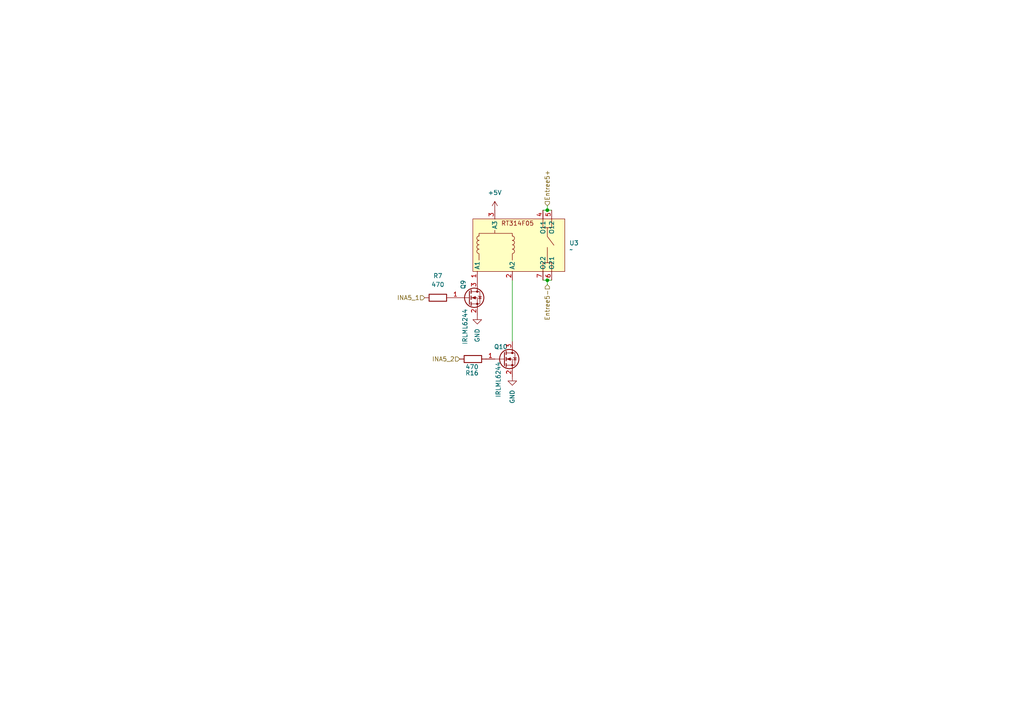
<source format=kicad_sch>
(kicad_sch (version 20250114) (generator "eeschema") (generator_version "9.0")
  (paper "A4")
  (lib_symbols
    (symbol "Device:R" (pin_numbers (hide yes)) (pin_names (offset 0))
      (property "Reference" "R" (at 2.032 0 90))
      (property "Value" "R" (at 0 0 90))
      (symbol "R_0_1"
        (rectangle (start -1.016 -2.54) (end 1.016 2.54) (stroke (width 0.254)))
      )
      (symbol "R_1_1"
        (pin passive line (at 0 3.81 270) (length 1.27) (name "~") (number "1"))
        (pin passive line (at 0 -3.81 90) (length 1.27) (name "~") (number "2"))
      )
    )
    (symbol "RT1_bistable:RT314F05_1"
      (property "Reference" "U" (at 0 0 0))
      (symbol "RT314F05_1_0_1"
        (polyline (pts (xy -16.002 2.667) (xy -16.002 3.429) (xy -6.35 3.429) (xy -6.35 2.667)))
        (arc (start -16.0047 1.397) (mid -16.637 2.032) (end -16.0047 2.667))
        (arc (start -16.0047 0.127) (mid -16.637 0.762) (end -16.0047 1.397))
        (arc (start -16.0047 -1.143) (mid -16.637 -0.508) (end -16.0047 0.127))
        (arc (start -16.0047 -2.413) (mid -16.637 -1.778) (end -16.0047 -1.143))
        (polyline (pts (xy -16.002 -2.54) (xy -16.002 -4.318)))
        (polyline (pts (xy -11.43 3.556) (xy -11.43 4.318)))
        (arc (start -6.3473 2.667) (mid -5.715 2.032) (end -6.3473 1.397))
        (arc (start -6.3473 1.397) (mid -5.715 0.762) (end -6.3473 0.127))
        (arc (start -6.3473 0.127) (mid -5.715 -0.508) (end -6.3473 -1.143))
        (arc (start -6.3473 -1.143) (mid -5.715 -1.778) (end -6.3473 -2.413))
        (polyline (pts (xy -6.35 -2.54) (xy -6.35 -4.318)))
        (polyline (pts (xy 2.54 7.62) (xy 2.54 5.08) (xy 5.08 5.08) (xy 5.08 7.62)))
        (polyline (pts (xy 2.54 -7.62) (xy 2.54 -5.08) (xy 5.08 -5.08) (xy 5.08 -7.62)))
        (polyline (pts (xy 3.81 5.08) (xy 3.81 2.54) (xy 5.715 0)))
        (polyline (pts (xy 3.81 -5.08) (xy 3.81 -0.635)))
      )
      (symbol "RT314F05_1_1_1"
        (rectangle (start -17.78 7.62) (end 8.89 -7.62) (fill (type color) (color 255 255 194 1)))
        (text "RT314F05" (at -4.826 6.35 0) (effects (font (size 1.27 1.27))))
        (pin input line (at -16.51 -10.16 90) (length 2.54) (name "A1") (number "1"))
        (pin input line (at -11.43 10.16 270) (length 2.54) (name "A3") (number "3"))
        (pin input line (at -6.35 -10.16 90) (length 2.54) (name "A2") (number "2"))
        (pin input line (at 2.54 10.16 270) (length 2.54) (name "O11") (number "4"))
        (pin input line (at 2.54 -10.16 90) (length 2.54) (name "O22") (number "7"))
        (pin input line (at 5.08 10.16 270) (length 2.54) (name "O12") (number "5"))
        (pin input line (at 5.08 -10.16 90) (length 2.54) (name "O21") (number "6"))
      )
    )
    (symbol "Transistor_FET:IRLML6244" (pin_names (hide yes))
      (property "Reference" "Q" (at 5.08 1.905 0))
      (property "Value" "IRLML6244" (at 5.08 0 0))
      (symbol "IRLML6244_0_1"
        (polyline (pts (xy 0.254 1.905) (xy 0.254 -1.905)) (stroke (width 0.254)))
        (polyline (pts (xy 0.254 0) (xy -2.54 0)))
        (polyline (pts (xy 0.762 2.286) (xy 0.762 1.27)) (stroke (width 0.254)))
        (polyline (pts (xy 0.762 0.508) (xy 0.762 -0.508)) (stroke (width 0.254)))
        (polyline (pts (xy 0.762 -1.27) (xy 0.762 -2.286)) (stroke (width 0.254)))
        (polyline (pts (xy 0.762 -1.778) (xy 3.302 -1.778) (xy 3.302 1.778) (xy 0.762 1.778)))
        (polyline (pts (xy 1.016 0) (xy 2.032 0.381) (xy 2.032 -0.381) (xy 1.016 0)) (fill (type outline)))
        (circle (center 1.651 0) (radius 2.794) (stroke (width 0.254)))
        (polyline (pts (xy 2.54 2.54) (xy 2.54 1.778)))
        (circle (center 2.54 1.778) (radius 0.254) (fill (type outline)))
        (circle (center 2.54 -1.778) (radius 0.254) (fill (type outline)))
        (polyline (pts (xy 2.54 -2.54) (xy 2.54 0) (xy 0.762 0)))
        (polyline (pts (xy 2.794 0.508) (xy 2.921 0.381) (xy 3.683 0.381) (xy 3.81 0.254)))
        (polyline (pts (xy 3.302 0.381) (xy 2.921 -0.254) (xy 3.683 -0.254) (xy 3.302 0.381)))
      )
      (symbol "IRLML6244_1_1"
        (pin input line (at -5.08 0 0) (length 2.54) (name "G") (number "1"))
        (pin passive line (at 2.54 5.08 270) (length 2.54) (name "D") (number "3"))
        (pin passive line (at 2.54 -5.08 90) (length 2.54) (name "S") (number "2"))
      )
    )
    (symbol "power:+5V" (power) (pin_numbers (hide yes)) (pin_names (offset 0) (hide yes))
      (property "Value" "+5V" (at 0 3.556 0))
      (symbol "+5V_0_1"
        (polyline (pts (xy -0.762 1.27) (xy 0 2.54)))
        (polyline (pts (xy 0 2.54) (xy 0.762 1.27)))
        (polyline (pts (xy 0 0) (xy 0 2.54)))
      )
      (symbol "+5V_1_1"
        (pin power_in line (at 0 0 90) (length 0) (name "~") (number "1"))
      )
    )
    (symbol "power:GND" (power) (pin_numbers (hide yes)) (pin_names (offset 0) (hide yes))
      (property "Value" "GND" (at 0 -3.81 0))
      (symbol "GND_0_1"
        (polyline (pts (xy 0 0) (xy 0 -1.27) (xy 1.27 -1.27) (xy 0 -2.54) (xy -1.27 -1.27) (xy 0 -1.27)))
      )
      (symbol "GND_1_1"
        (pin power_in line (at 0 0 270) (length 0) (name "~") (number "1"))
      )
    )
  )
  (junction (at 158.75 60.96))
  (junction (at 158.75 81.28))
  (wire (pts (xy 158.75 82.55) (xy 158.75 81.28)))
  (wire (pts (xy 158.75 81.28) (xy 160.02 81.28)))
  (wire (pts (xy 158.75 60.96) (xy 160.02 60.96)))
  (wire (pts (xy 148.59 99.06) (xy 148.59 81.28)))
  (wire (pts (xy 157.48 81.28) (xy 158.75 81.28)))
  (wire (pts (xy 157.48 60.96) (xy 158.75 60.96)))
  (wire (pts (xy 158.75 59.69) (xy 158.75 60.96)))
  (hierarchical_label "Entree5+" (shape input) (at 158.75 59.69 90))
  (hierarchical_label "INA5_1" (shape input) (at 123.19 86.36 180))
  (hierarchical_label "INA5_2" (shape input) (at 133.35 104.14 180))
  (hierarchical_label "Entree5-" (shape input) (at 158.75 82.55 270))
  (symbol (lib_id "Device:R") (at 137.16 104.14 90) (unit 1)
    (property "Reference" "R16" (at 136.906 108.204 90))
    (property "Value" "470" (at 136.906 106.426 90))
    (property "Footprint" "Resistor_SMD:R_0603_1608Metric_Pad0.98x0.95mm_HandSolder" (effects (hide yes)))
    (property "Description" "Resistor" (effects (hide yes)))
  )
  (symbol (lib_id "power:GND") (at 138.43 91.44 0) (unit 1)
    (property "Reference" "#PWR034" (effects (hide yes)))
    (property "Value" "GND" (at 138.4299 95.25 90) (effects (justify right)))
    (property "Description" "Power symbol creates a global label with name \"GND\" , ground" (effects (hide yes)))
  )
  (symbol (lib_id "Transistor_FET:IRLML6244") (at 146.05 104.14 0) (unit 1)
    (property "Reference" "Q10" (at 143.256 100.584 0) (effects (justify left)))
    (property "Value" "IRLML6244" (at 144.526 115.316 90) (effects (justify left)))
    (property "Footprint" "Package_TO_SOT_SMD:SOT-23" (effects (hide yes)))
    (property "Datasheet" "https://www.infineon.com/dgdl/Infineon-IRLML6244-DataSheet-v01_01-EN.pdf?fileId=5546d462533600a4015356686fed261f" (effects (hide yes)))
    (property "Description" "6.3A Id, 20V Vds, 21mOhm Rds, N-Channel StrongIRFET Power MOSFET, SOT-23" (effects (hide yes)))
  )
  (symbol (lib_id "Device:R") (at 127 86.36 90) (unit 1)
    (property "Reference" "R15" (at 127 80.01 90))
    (property "Value" "470" (at 127 82.55 90))
    (property "Footprint" "Resistor_SMD:R_0603_1608Metric_Pad0.98x0.95mm_HandSolder" (effects (hide yes)))
    (property "Description" "Resistor" (effects (hide yes)))
    (instances (project "" (path "" (reference "R7") (unit 1)) (path "" (reference "R9") (unit 1)) (path "" (reference "R11") (unit 1)) (path "" (reference "R13") (unit 1)) (path "" (reference "R15") (unit 1))))
  )
  (symbol (lib_id "Transistor_FET:IRLML6244") (at 135.89 86.36 0) (unit 1)
    (property "Reference" "Q9" (at 134.366 82.55 90))
    (property "Value" "IRLML6244" (at 134.874 94.742 90))
    (property "Footprint" "Package_TO_SOT_SMD:SOT-23" (effects (hide yes)))
    (property "Datasheet" "https://www.infineon.com/dgdl/Infineon-IRLML6244-DataSheet-v01_01-EN.pdf?fileId=5546d462533600a4015356686fed261f" (effects (hide yes)))
    (property "Description" "6.3A Id, 20V Vds, 21mOhm Rds, N-Channel StrongIRFET Power MOSFET, SOT-23" (effects (hide yes)))
  )
  (symbol (lib_id "RT1_bistable:RT314F05_1") (at 154.94 71.12 0) (unit 1)
    (property "Reference" "U7" (at 165.1 70.4849 0) (effects (justify left)))
    (property "Value" "~" (at 165.1 72.39 0) (effects (justify left)))
    (instances (project "" (path "" (reference "U3") (unit 1)) (path "" (reference "U4") (unit 1)) (path "" (reference "U5") (unit 1)) (path "" (reference "U6") (unit 1)) (path "" (reference "U7") (unit 1))))
  )
  (symbol (lib_id "power:GND") (at 148.59 109.22 0) (unit 1)
    (property "Reference" "#PWR036" (effects (hide yes)))
    (property "Value" "GND" (at 148.5899 113.03 90) (effects (justify right)))
    (property "Description" "Power symbol creates a global label with name \"GND\" , ground" (effects (hide yes)))
  )
  (symbol (lib_id "power:+5V") (at 143.51 60.96 0) (unit 1)
    (property "Reference" "#PWR035" (effects (hide yes)))
    (property "Value" "+5V" (at 143.51 55.88 0))
    (property "Description" "Power symbol creates a global label with name \"+5V\"" (effects (hide yes)))
  )
)
</source>
